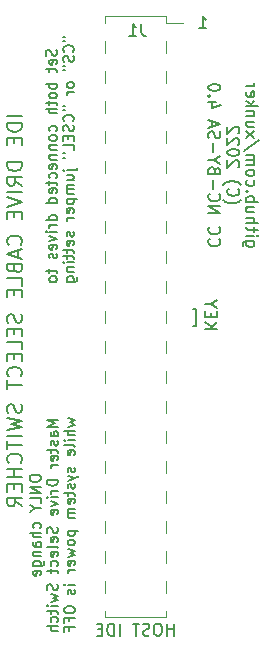
<source format=gbr>
%TF.GenerationSoftware,KiCad,Pcbnew,(6.0.4-0)*%
%TF.CreationDate,2022-06-07T12:02:57-06:00*%
%TF.ProjectId,ide_cable_select_switch,6964655f-6361-4626-9c65-5f73656c6563,rev?*%
%TF.SameCoordinates,Original*%
%TF.FileFunction,Legend,Bot*%
%TF.FilePolarity,Positive*%
%FSLAX46Y46*%
G04 Gerber Fmt 4.6, Leading zero omitted, Abs format (unit mm)*
G04 Created by KiCad (PCBNEW (6.0.4-0)) date 2022-06-07 12:02:57*
%MOMM*%
%LPD*%
G01*
G04 APERTURE LIST*
%ADD10C,0.150000*%
%ADD11C,0.120000*%
%ADD12C,0.900000*%
%ADD13R,3.150000X1.000000*%
G04 APERTURE END LIST*
D10*
X165019285Y-78183571D02*
X164209761Y-78183571D01*
X164114523Y-78231190D01*
X164066904Y-78278809D01*
X164019285Y-78374047D01*
X164019285Y-78516904D01*
X164066904Y-78612142D01*
X164400238Y-78183571D02*
X164352619Y-78278809D01*
X164352619Y-78469285D01*
X164400238Y-78564523D01*
X164447857Y-78612142D01*
X164543095Y-78659761D01*
X164828809Y-78659761D01*
X164924047Y-78612142D01*
X164971666Y-78564523D01*
X165019285Y-78469285D01*
X165019285Y-78278809D01*
X164971666Y-78183571D01*
X164352619Y-77707380D02*
X165019285Y-77707380D01*
X165352619Y-77707380D02*
X165305000Y-77755000D01*
X165257380Y-77707380D01*
X165305000Y-77659761D01*
X165352619Y-77707380D01*
X165257380Y-77707380D01*
X165019285Y-77374047D02*
X165019285Y-76993095D01*
X165352619Y-77231190D02*
X164495476Y-77231190D01*
X164400238Y-77183571D01*
X164352619Y-77088333D01*
X164352619Y-76993095D01*
X164352619Y-76659761D02*
X165352619Y-76659761D01*
X164352619Y-76231190D02*
X164876428Y-76231190D01*
X164971666Y-76278809D01*
X165019285Y-76374047D01*
X165019285Y-76516904D01*
X164971666Y-76612142D01*
X164924047Y-76659761D01*
X165019285Y-75326428D02*
X164352619Y-75326428D01*
X165019285Y-75755000D02*
X164495476Y-75755000D01*
X164400238Y-75707380D01*
X164352619Y-75612142D01*
X164352619Y-75469285D01*
X164400238Y-75374047D01*
X164447857Y-75326428D01*
X164352619Y-74850238D02*
X165352619Y-74850238D01*
X164971666Y-74850238D02*
X165019285Y-74755000D01*
X165019285Y-74564523D01*
X164971666Y-74469285D01*
X164924047Y-74421666D01*
X164828809Y-74374047D01*
X164543095Y-74374047D01*
X164447857Y-74421666D01*
X164400238Y-74469285D01*
X164352619Y-74564523D01*
X164352619Y-74755000D01*
X164400238Y-74850238D01*
X164447857Y-73945476D02*
X164400238Y-73897857D01*
X164352619Y-73945476D01*
X164400238Y-73993095D01*
X164447857Y-73945476D01*
X164352619Y-73945476D01*
X164400238Y-73040714D02*
X164352619Y-73135952D01*
X164352619Y-73326428D01*
X164400238Y-73421666D01*
X164447857Y-73469285D01*
X164543095Y-73516904D01*
X164828809Y-73516904D01*
X164924047Y-73469285D01*
X164971666Y-73421666D01*
X165019285Y-73326428D01*
X165019285Y-73135952D01*
X164971666Y-73040714D01*
X164352619Y-72469285D02*
X164400238Y-72564523D01*
X164447857Y-72612142D01*
X164543095Y-72659761D01*
X164828809Y-72659761D01*
X164924047Y-72612142D01*
X164971666Y-72564523D01*
X165019285Y-72469285D01*
X165019285Y-72326428D01*
X164971666Y-72231190D01*
X164924047Y-72183571D01*
X164828809Y-72135952D01*
X164543095Y-72135952D01*
X164447857Y-72183571D01*
X164400238Y-72231190D01*
X164352619Y-72326428D01*
X164352619Y-72469285D01*
X164352619Y-71707380D02*
X165019285Y-71707380D01*
X164924047Y-71707380D02*
X164971666Y-71659761D01*
X165019285Y-71564523D01*
X165019285Y-71421666D01*
X164971666Y-71326428D01*
X164876428Y-71278809D01*
X164352619Y-71278809D01*
X164876428Y-71278809D02*
X164971666Y-71231190D01*
X165019285Y-71135952D01*
X165019285Y-70993095D01*
X164971666Y-70897857D01*
X164876428Y-70850238D01*
X164352619Y-70850238D01*
X165400238Y-69659761D02*
X164114523Y-70516904D01*
X164352619Y-69421666D02*
X165019285Y-68897857D01*
X165019285Y-69421666D02*
X164352619Y-68897857D01*
X165019285Y-68088333D02*
X164352619Y-68088333D01*
X165019285Y-68516904D02*
X164495476Y-68516904D01*
X164400238Y-68469285D01*
X164352619Y-68374047D01*
X164352619Y-68231190D01*
X164400238Y-68135952D01*
X164447857Y-68088333D01*
X165019285Y-67612142D02*
X164352619Y-67612142D01*
X164924047Y-67612142D02*
X164971666Y-67564523D01*
X165019285Y-67469285D01*
X165019285Y-67326428D01*
X164971666Y-67231190D01*
X164876428Y-67183571D01*
X164352619Y-67183571D01*
X164352619Y-66707380D02*
X165352619Y-66707380D01*
X164733571Y-66612142D02*
X164352619Y-66326428D01*
X165019285Y-66326428D02*
X164638333Y-66707380D01*
X164400238Y-65516904D02*
X164352619Y-65612142D01*
X164352619Y-65802619D01*
X164400238Y-65897857D01*
X164495476Y-65945476D01*
X164876428Y-65945476D01*
X164971666Y-65897857D01*
X165019285Y-65802619D01*
X165019285Y-65612142D01*
X164971666Y-65516904D01*
X164876428Y-65469285D01*
X164781190Y-65469285D01*
X164685952Y-65945476D01*
X164352619Y-65040714D02*
X165019285Y-65040714D01*
X164828809Y-65040714D02*
X164924047Y-64993095D01*
X164971666Y-64945476D01*
X165019285Y-64850238D01*
X165019285Y-64755000D01*
X162361666Y-74683571D02*
X162409285Y-74731190D01*
X162552142Y-74826428D01*
X162647380Y-74874047D01*
X162790238Y-74921666D01*
X163028333Y-74969285D01*
X163218809Y-74969285D01*
X163456904Y-74921666D01*
X163599761Y-74874047D01*
X163695000Y-74826428D01*
X163837857Y-74731190D01*
X163885476Y-74683571D01*
X162837857Y-73731190D02*
X162790238Y-73778809D01*
X162742619Y-73921666D01*
X162742619Y-74016904D01*
X162790238Y-74159761D01*
X162885476Y-74255000D01*
X162980714Y-74302619D01*
X163171190Y-74350238D01*
X163314047Y-74350238D01*
X163504523Y-74302619D01*
X163599761Y-74255000D01*
X163695000Y-74159761D01*
X163742619Y-74016904D01*
X163742619Y-73921666D01*
X163695000Y-73778809D01*
X163647380Y-73731190D01*
X162361666Y-73397857D02*
X162409285Y-73350238D01*
X162552142Y-73255000D01*
X162647380Y-73207380D01*
X162790238Y-73159761D01*
X163028333Y-73112142D01*
X163218809Y-73112142D01*
X163456904Y-73159761D01*
X163599761Y-73207380D01*
X163695000Y-73255000D01*
X163837857Y-73350238D01*
X163885476Y-73397857D01*
X163647380Y-71921666D02*
X163695000Y-71874047D01*
X163742619Y-71778809D01*
X163742619Y-71540714D01*
X163695000Y-71445476D01*
X163647380Y-71397857D01*
X163552142Y-71350238D01*
X163456904Y-71350238D01*
X163314047Y-71397857D01*
X162742619Y-71969285D01*
X162742619Y-71350238D01*
X163742619Y-70731190D02*
X163742619Y-70635952D01*
X163695000Y-70540714D01*
X163647380Y-70493095D01*
X163552142Y-70445476D01*
X163361666Y-70397857D01*
X163123571Y-70397857D01*
X162933095Y-70445476D01*
X162837857Y-70493095D01*
X162790238Y-70540714D01*
X162742619Y-70635952D01*
X162742619Y-70731190D01*
X162790238Y-70826428D01*
X162837857Y-70874047D01*
X162933095Y-70921666D01*
X163123571Y-70969285D01*
X163361666Y-70969285D01*
X163552142Y-70921666D01*
X163647380Y-70874047D01*
X163695000Y-70826428D01*
X163742619Y-70731190D01*
X163647380Y-70016904D02*
X163695000Y-69969285D01*
X163742619Y-69874047D01*
X163742619Y-69635952D01*
X163695000Y-69540714D01*
X163647380Y-69493095D01*
X163552142Y-69445476D01*
X163456904Y-69445476D01*
X163314047Y-69493095D01*
X162742619Y-70064523D01*
X162742619Y-69445476D01*
X163647380Y-69064523D02*
X163695000Y-69016904D01*
X163742619Y-68921666D01*
X163742619Y-68683571D01*
X163695000Y-68588333D01*
X163647380Y-68540714D01*
X163552142Y-68493095D01*
X163456904Y-68493095D01*
X163314047Y-68540714D01*
X162742619Y-69112142D01*
X162742619Y-68493095D01*
X161227857Y-77993095D02*
X161180238Y-78040714D01*
X161132619Y-78183571D01*
X161132619Y-78278809D01*
X161180238Y-78421666D01*
X161275476Y-78516904D01*
X161370714Y-78564523D01*
X161561190Y-78612142D01*
X161704047Y-78612142D01*
X161894523Y-78564523D01*
X161989761Y-78516904D01*
X162085000Y-78421666D01*
X162132619Y-78278809D01*
X162132619Y-78183571D01*
X162085000Y-78040714D01*
X162037380Y-77993095D01*
X161227857Y-76993095D02*
X161180238Y-77040714D01*
X161132619Y-77183571D01*
X161132619Y-77278809D01*
X161180238Y-77421666D01*
X161275476Y-77516904D01*
X161370714Y-77564523D01*
X161561190Y-77612142D01*
X161704047Y-77612142D01*
X161894523Y-77564523D01*
X161989761Y-77516904D01*
X162085000Y-77421666D01*
X162132619Y-77278809D01*
X162132619Y-77183571D01*
X162085000Y-77040714D01*
X162037380Y-76993095D01*
X161132619Y-75802619D02*
X162132619Y-75802619D01*
X161132619Y-75231190D01*
X162132619Y-75231190D01*
X161227857Y-74183571D02*
X161180238Y-74231190D01*
X161132619Y-74374047D01*
X161132619Y-74469285D01*
X161180238Y-74612142D01*
X161275476Y-74707380D01*
X161370714Y-74755000D01*
X161561190Y-74802619D01*
X161704047Y-74802619D01*
X161894523Y-74755000D01*
X161989761Y-74707380D01*
X162085000Y-74612142D01*
X162132619Y-74469285D01*
X162132619Y-74374047D01*
X162085000Y-74231190D01*
X162037380Y-74183571D01*
X161513571Y-73755000D02*
X161513571Y-72993095D01*
X161656428Y-72183571D02*
X161608809Y-72040714D01*
X161561190Y-71993095D01*
X161465952Y-71945476D01*
X161323095Y-71945476D01*
X161227857Y-71993095D01*
X161180238Y-72040714D01*
X161132619Y-72135952D01*
X161132619Y-72516904D01*
X162132619Y-72516904D01*
X162132619Y-72183571D01*
X162085000Y-72088333D01*
X162037380Y-72040714D01*
X161942142Y-71993095D01*
X161846904Y-71993095D01*
X161751666Y-72040714D01*
X161704047Y-72088333D01*
X161656428Y-72183571D01*
X161656428Y-72516904D01*
X161608809Y-71326428D02*
X161132619Y-71326428D01*
X162132619Y-71659761D02*
X161608809Y-71326428D01*
X162132619Y-70993095D01*
X161513571Y-70659761D02*
X161513571Y-69897857D01*
X161180238Y-69469285D02*
X161132619Y-69326428D01*
X161132619Y-69088333D01*
X161180238Y-68993095D01*
X161227857Y-68945476D01*
X161323095Y-68897857D01*
X161418333Y-68897857D01*
X161513571Y-68945476D01*
X161561190Y-68993095D01*
X161608809Y-69088333D01*
X161656428Y-69278809D01*
X161704047Y-69374047D01*
X161751666Y-69421666D01*
X161846904Y-69469285D01*
X161942142Y-69469285D01*
X162037380Y-69421666D01*
X162085000Y-69374047D01*
X162132619Y-69278809D01*
X162132619Y-69040714D01*
X162085000Y-68897857D01*
X161418333Y-68516904D02*
X161418333Y-68040714D01*
X161132619Y-68612142D02*
X162132619Y-68278809D01*
X161132619Y-67945476D01*
X161799285Y-66421666D02*
X161132619Y-66421666D01*
X162180238Y-66659761D02*
X161465952Y-66897857D01*
X161465952Y-66278809D01*
X161227857Y-65897857D02*
X161180238Y-65850238D01*
X161132619Y-65897857D01*
X161180238Y-65945476D01*
X161227857Y-65897857D01*
X161132619Y-65897857D01*
X162132619Y-65231190D02*
X162132619Y-65135952D01*
X162085000Y-65040714D01*
X162037380Y-64993095D01*
X161942142Y-64945476D01*
X161751666Y-64897857D01*
X161513571Y-64897857D01*
X161323095Y-64945476D01*
X161227857Y-64993095D01*
X161180238Y-65040714D01*
X161132619Y-65135952D01*
X161132619Y-65231190D01*
X161180238Y-65326428D01*
X161227857Y-65374047D01*
X161323095Y-65421666D01*
X161513571Y-65469285D01*
X161751666Y-65469285D01*
X161942142Y-65421666D01*
X162037380Y-65374047D01*
X162085000Y-65326428D01*
X162132619Y-65231190D01*
X146013142Y-98185000D02*
X146013142Y-98356428D01*
X146056000Y-98442142D01*
X146141714Y-98527857D01*
X146313142Y-98570714D01*
X146613142Y-98570714D01*
X146784571Y-98527857D01*
X146870285Y-98442142D01*
X146913142Y-98356428D01*
X146913142Y-98185000D01*
X146870285Y-98099285D01*
X146784571Y-98013571D01*
X146613142Y-97970714D01*
X146313142Y-97970714D01*
X146141714Y-98013571D01*
X146056000Y-98099285D01*
X146013142Y-98185000D01*
X146913142Y-98956428D02*
X146013142Y-98956428D01*
X146913142Y-99470714D01*
X146013142Y-99470714D01*
X146913142Y-100327857D02*
X146913142Y-99899285D01*
X146013142Y-99899285D01*
X146484571Y-100799285D02*
X146913142Y-100799285D01*
X146013142Y-100499285D02*
X146484571Y-100799285D01*
X146013142Y-101099285D01*
X146870285Y-102470714D02*
X146913142Y-102385000D01*
X146913142Y-102213571D01*
X146870285Y-102127857D01*
X146827428Y-102085000D01*
X146741714Y-102042142D01*
X146484571Y-102042142D01*
X146398857Y-102085000D01*
X146356000Y-102127857D01*
X146313142Y-102213571D01*
X146313142Y-102385000D01*
X146356000Y-102470714D01*
X146913142Y-102856428D02*
X146013142Y-102856428D01*
X146913142Y-103242142D02*
X146441714Y-103242142D01*
X146356000Y-103199285D01*
X146313142Y-103113571D01*
X146313142Y-102985000D01*
X146356000Y-102899285D01*
X146398857Y-102856428D01*
X146913142Y-104056428D02*
X146441714Y-104056428D01*
X146356000Y-104013571D01*
X146313142Y-103927857D01*
X146313142Y-103756428D01*
X146356000Y-103670714D01*
X146870285Y-104056428D02*
X146913142Y-103970714D01*
X146913142Y-103756428D01*
X146870285Y-103670714D01*
X146784571Y-103627857D01*
X146698857Y-103627857D01*
X146613142Y-103670714D01*
X146570285Y-103756428D01*
X146570285Y-103970714D01*
X146527428Y-104056428D01*
X146313142Y-104485000D02*
X146913142Y-104485000D01*
X146398857Y-104485000D02*
X146356000Y-104527857D01*
X146313142Y-104613571D01*
X146313142Y-104742142D01*
X146356000Y-104827857D01*
X146441714Y-104870714D01*
X146913142Y-104870714D01*
X146313142Y-105685000D02*
X147041714Y-105685000D01*
X147127428Y-105642142D01*
X147170285Y-105599285D01*
X147213142Y-105513571D01*
X147213142Y-105385000D01*
X147170285Y-105299285D01*
X146870285Y-105685000D02*
X146913142Y-105599285D01*
X146913142Y-105427857D01*
X146870285Y-105342142D01*
X146827428Y-105299285D01*
X146741714Y-105256428D01*
X146484571Y-105256428D01*
X146398857Y-105299285D01*
X146356000Y-105342142D01*
X146313142Y-105427857D01*
X146313142Y-105599285D01*
X146356000Y-105685000D01*
X146870285Y-106456428D02*
X146913142Y-106370714D01*
X146913142Y-106199285D01*
X146870285Y-106113571D01*
X146784571Y-106070714D01*
X146441714Y-106070714D01*
X146356000Y-106113571D01*
X146313142Y-106199285D01*
X146313142Y-106370714D01*
X146356000Y-106456428D01*
X146441714Y-106499285D01*
X146527428Y-106499285D01*
X146613142Y-106070714D01*
X148362142Y-93299285D02*
X147462142Y-93299285D01*
X148105000Y-93599285D01*
X147462142Y-93899285D01*
X148362142Y-93899285D01*
X148362142Y-94713571D02*
X147890714Y-94713571D01*
X147805000Y-94670714D01*
X147762142Y-94585000D01*
X147762142Y-94413571D01*
X147805000Y-94327857D01*
X148319285Y-94713571D02*
X148362142Y-94627857D01*
X148362142Y-94413571D01*
X148319285Y-94327857D01*
X148233571Y-94285000D01*
X148147857Y-94285000D01*
X148062142Y-94327857D01*
X148019285Y-94413571D01*
X148019285Y-94627857D01*
X147976428Y-94713571D01*
X148319285Y-95099285D02*
X148362142Y-95185000D01*
X148362142Y-95356428D01*
X148319285Y-95442142D01*
X148233571Y-95485000D01*
X148190714Y-95485000D01*
X148105000Y-95442142D01*
X148062142Y-95356428D01*
X148062142Y-95227857D01*
X148019285Y-95142142D01*
X147933571Y-95099285D01*
X147890714Y-95099285D01*
X147805000Y-95142142D01*
X147762142Y-95227857D01*
X147762142Y-95356428D01*
X147805000Y-95442142D01*
X147762142Y-95742142D02*
X147762142Y-96085000D01*
X147462142Y-95870714D02*
X148233571Y-95870714D01*
X148319285Y-95913571D01*
X148362142Y-95999285D01*
X148362142Y-96085000D01*
X148319285Y-96727857D02*
X148362142Y-96642142D01*
X148362142Y-96470714D01*
X148319285Y-96385000D01*
X148233571Y-96342142D01*
X147890714Y-96342142D01*
X147805000Y-96385000D01*
X147762142Y-96470714D01*
X147762142Y-96642142D01*
X147805000Y-96727857D01*
X147890714Y-96770714D01*
X147976428Y-96770714D01*
X148062142Y-96342142D01*
X148362142Y-97156428D02*
X147762142Y-97156428D01*
X147933571Y-97156428D02*
X147847857Y-97199285D01*
X147805000Y-97242142D01*
X147762142Y-97327857D01*
X147762142Y-97413571D01*
X148362142Y-98399285D02*
X147462142Y-98399285D01*
X147462142Y-98613571D01*
X147505000Y-98742142D01*
X147590714Y-98827857D01*
X147676428Y-98870714D01*
X147847857Y-98913571D01*
X147976428Y-98913571D01*
X148147857Y-98870714D01*
X148233571Y-98827857D01*
X148319285Y-98742142D01*
X148362142Y-98613571D01*
X148362142Y-98399285D01*
X148362142Y-99299285D02*
X147762142Y-99299285D01*
X147933571Y-99299285D02*
X147847857Y-99342142D01*
X147805000Y-99385000D01*
X147762142Y-99470714D01*
X147762142Y-99556428D01*
X148362142Y-99856428D02*
X147762142Y-99856428D01*
X147462142Y-99856428D02*
X147505000Y-99813571D01*
X147547857Y-99856428D01*
X147505000Y-99899285D01*
X147462142Y-99856428D01*
X147547857Y-99856428D01*
X147762142Y-100199285D02*
X148362142Y-100413571D01*
X147762142Y-100627857D01*
X148319285Y-101313571D02*
X148362142Y-101227857D01*
X148362142Y-101056428D01*
X148319285Y-100970714D01*
X148233571Y-100927857D01*
X147890714Y-100927857D01*
X147805000Y-100970714D01*
X147762142Y-101056428D01*
X147762142Y-101227857D01*
X147805000Y-101313571D01*
X147890714Y-101356428D01*
X147976428Y-101356428D01*
X148062142Y-100927857D01*
X148319285Y-102385000D02*
X148362142Y-102513571D01*
X148362142Y-102727857D01*
X148319285Y-102813571D01*
X148276428Y-102856428D01*
X148190714Y-102899285D01*
X148105000Y-102899285D01*
X148019285Y-102856428D01*
X147976428Y-102813571D01*
X147933571Y-102727857D01*
X147890714Y-102556428D01*
X147847857Y-102470714D01*
X147805000Y-102427857D01*
X147719285Y-102385000D01*
X147633571Y-102385000D01*
X147547857Y-102427857D01*
X147505000Y-102470714D01*
X147462142Y-102556428D01*
X147462142Y-102770714D01*
X147505000Y-102899285D01*
X148319285Y-103627857D02*
X148362142Y-103542142D01*
X148362142Y-103370714D01*
X148319285Y-103285000D01*
X148233571Y-103242142D01*
X147890714Y-103242142D01*
X147805000Y-103285000D01*
X147762142Y-103370714D01*
X147762142Y-103542142D01*
X147805000Y-103627857D01*
X147890714Y-103670714D01*
X147976428Y-103670714D01*
X148062142Y-103242142D01*
X148362142Y-104185000D02*
X148319285Y-104099285D01*
X148233571Y-104056428D01*
X147462142Y-104056428D01*
X148319285Y-104870714D02*
X148362142Y-104785000D01*
X148362142Y-104613571D01*
X148319285Y-104527857D01*
X148233571Y-104485000D01*
X147890714Y-104485000D01*
X147805000Y-104527857D01*
X147762142Y-104613571D01*
X147762142Y-104785000D01*
X147805000Y-104870714D01*
X147890714Y-104913571D01*
X147976428Y-104913571D01*
X148062142Y-104485000D01*
X148319285Y-105685000D02*
X148362142Y-105599285D01*
X148362142Y-105427857D01*
X148319285Y-105342142D01*
X148276428Y-105299285D01*
X148190714Y-105256428D01*
X147933571Y-105256428D01*
X147847857Y-105299285D01*
X147805000Y-105342142D01*
X147762142Y-105427857D01*
X147762142Y-105599285D01*
X147805000Y-105685000D01*
X147762142Y-105942142D02*
X147762142Y-106285000D01*
X147462142Y-106070714D02*
X148233571Y-106070714D01*
X148319285Y-106113571D01*
X148362142Y-106199285D01*
X148362142Y-106285000D01*
X148319285Y-107227857D02*
X148362142Y-107356428D01*
X148362142Y-107570714D01*
X148319285Y-107656428D01*
X148276428Y-107699285D01*
X148190714Y-107742142D01*
X148105000Y-107742142D01*
X148019285Y-107699285D01*
X147976428Y-107656428D01*
X147933571Y-107570714D01*
X147890714Y-107399285D01*
X147847857Y-107313571D01*
X147805000Y-107270714D01*
X147719285Y-107227857D01*
X147633571Y-107227857D01*
X147547857Y-107270714D01*
X147505000Y-107313571D01*
X147462142Y-107399285D01*
X147462142Y-107613571D01*
X147505000Y-107742142D01*
X147762142Y-108042142D02*
X148362142Y-108213571D01*
X147933571Y-108385000D01*
X148362142Y-108556428D01*
X147762142Y-108727857D01*
X148362142Y-109070714D02*
X147762142Y-109070714D01*
X147462142Y-109070714D02*
X147505000Y-109027857D01*
X147547857Y-109070714D01*
X147505000Y-109113571D01*
X147462142Y-109070714D01*
X147547857Y-109070714D01*
X147762142Y-109370714D02*
X147762142Y-109713571D01*
X147462142Y-109499285D02*
X148233571Y-109499285D01*
X148319285Y-109542142D01*
X148362142Y-109627857D01*
X148362142Y-109713571D01*
X148319285Y-110399285D02*
X148362142Y-110313571D01*
X148362142Y-110142142D01*
X148319285Y-110056428D01*
X148276428Y-110013571D01*
X148190714Y-109970714D01*
X147933571Y-109970714D01*
X147847857Y-110013571D01*
X147805000Y-110056428D01*
X147762142Y-110142142D01*
X147762142Y-110313571D01*
X147805000Y-110399285D01*
X148362142Y-110785000D02*
X147462142Y-110785000D01*
X148362142Y-111170714D02*
X147890714Y-111170714D01*
X147805000Y-111127857D01*
X147762142Y-111042142D01*
X147762142Y-110913571D01*
X147805000Y-110827857D01*
X147847857Y-110785000D01*
X149211142Y-93192142D02*
X149811142Y-93363571D01*
X149382571Y-93535000D01*
X149811142Y-93706428D01*
X149211142Y-93877857D01*
X149811142Y-94220714D02*
X148911142Y-94220714D01*
X149811142Y-94606428D02*
X149339714Y-94606428D01*
X149254000Y-94563571D01*
X149211142Y-94477857D01*
X149211142Y-94349285D01*
X149254000Y-94263571D01*
X149296857Y-94220714D01*
X149811142Y-95035000D02*
X149211142Y-95035000D01*
X148911142Y-95035000D02*
X148954000Y-94992142D01*
X148996857Y-95035000D01*
X148954000Y-95077857D01*
X148911142Y-95035000D01*
X148996857Y-95035000D01*
X149811142Y-95592142D02*
X149768285Y-95506428D01*
X149682571Y-95463571D01*
X148911142Y-95463571D01*
X149768285Y-96277857D02*
X149811142Y-96192142D01*
X149811142Y-96020714D01*
X149768285Y-95935000D01*
X149682571Y-95892142D01*
X149339714Y-95892142D01*
X149254000Y-95935000D01*
X149211142Y-96020714D01*
X149211142Y-96192142D01*
X149254000Y-96277857D01*
X149339714Y-96320714D01*
X149425428Y-96320714D01*
X149511142Y-95892142D01*
X149768285Y-97349285D02*
X149811142Y-97435000D01*
X149811142Y-97606428D01*
X149768285Y-97692142D01*
X149682571Y-97735000D01*
X149639714Y-97735000D01*
X149554000Y-97692142D01*
X149511142Y-97606428D01*
X149511142Y-97477857D01*
X149468285Y-97392142D01*
X149382571Y-97349285D01*
X149339714Y-97349285D01*
X149254000Y-97392142D01*
X149211142Y-97477857D01*
X149211142Y-97606428D01*
X149254000Y-97692142D01*
X149211142Y-98035000D02*
X149811142Y-98249285D01*
X149211142Y-98463571D02*
X149811142Y-98249285D01*
X150025428Y-98163571D01*
X150068285Y-98120714D01*
X150111142Y-98035000D01*
X149768285Y-98763571D02*
X149811142Y-98849285D01*
X149811142Y-99020714D01*
X149768285Y-99106428D01*
X149682571Y-99149285D01*
X149639714Y-99149285D01*
X149554000Y-99106428D01*
X149511142Y-99020714D01*
X149511142Y-98892142D01*
X149468285Y-98806428D01*
X149382571Y-98763571D01*
X149339714Y-98763571D01*
X149254000Y-98806428D01*
X149211142Y-98892142D01*
X149211142Y-99020714D01*
X149254000Y-99106428D01*
X149211142Y-99406428D02*
X149211142Y-99749285D01*
X148911142Y-99535000D02*
X149682571Y-99535000D01*
X149768285Y-99577857D01*
X149811142Y-99663571D01*
X149811142Y-99749285D01*
X149768285Y-100392142D02*
X149811142Y-100306428D01*
X149811142Y-100135000D01*
X149768285Y-100049285D01*
X149682571Y-100006428D01*
X149339714Y-100006428D01*
X149254000Y-100049285D01*
X149211142Y-100135000D01*
X149211142Y-100306428D01*
X149254000Y-100392142D01*
X149339714Y-100435000D01*
X149425428Y-100435000D01*
X149511142Y-100006428D01*
X149811142Y-100820714D02*
X149211142Y-100820714D01*
X149296857Y-100820714D02*
X149254000Y-100863571D01*
X149211142Y-100949285D01*
X149211142Y-101077857D01*
X149254000Y-101163571D01*
X149339714Y-101206428D01*
X149811142Y-101206428D01*
X149339714Y-101206428D02*
X149254000Y-101249285D01*
X149211142Y-101335000D01*
X149211142Y-101463571D01*
X149254000Y-101549285D01*
X149339714Y-101592142D01*
X149811142Y-101592142D01*
X149211142Y-102706428D02*
X150111142Y-102706428D01*
X149254000Y-102706428D02*
X149211142Y-102792142D01*
X149211142Y-102963571D01*
X149254000Y-103049285D01*
X149296857Y-103092142D01*
X149382571Y-103135000D01*
X149639714Y-103135000D01*
X149725428Y-103092142D01*
X149768285Y-103049285D01*
X149811142Y-102963571D01*
X149811142Y-102792142D01*
X149768285Y-102706428D01*
X149811142Y-103649285D02*
X149768285Y-103563571D01*
X149725428Y-103520714D01*
X149639714Y-103477857D01*
X149382571Y-103477857D01*
X149296857Y-103520714D01*
X149254000Y-103563571D01*
X149211142Y-103649285D01*
X149211142Y-103777857D01*
X149254000Y-103863571D01*
X149296857Y-103906428D01*
X149382571Y-103949285D01*
X149639714Y-103949285D01*
X149725428Y-103906428D01*
X149768285Y-103863571D01*
X149811142Y-103777857D01*
X149811142Y-103649285D01*
X149211142Y-104249285D02*
X149811142Y-104420714D01*
X149382571Y-104592142D01*
X149811142Y-104763571D01*
X149211142Y-104935000D01*
X149768285Y-105620714D02*
X149811142Y-105535000D01*
X149811142Y-105363571D01*
X149768285Y-105277857D01*
X149682571Y-105235000D01*
X149339714Y-105235000D01*
X149254000Y-105277857D01*
X149211142Y-105363571D01*
X149211142Y-105535000D01*
X149254000Y-105620714D01*
X149339714Y-105663571D01*
X149425428Y-105663571D01*
X149511142Y-105235000D01*
X149811142Y-106049285D02*
X149211142Y-106049285D01*
X149382571Y-106049285D02*
X149296857Y-106092142D01*
X149254000Y-106135000D01*
X149211142Y-106220714D01*
X149211142Y-106306428D01*
X149811142Y-107292142D02*
X149211142Y-107292142D01*
X148911142Y-107292142D02*
X148954000Y-107249285D01*
X148996857Y-107292142D01*
X148954000Y-107335000D01*
X148911142Y-107292142D01*
X148996857Y-107292142D01*
X149768285Y-107677857D02*
X149811142Y-107763571D01*
X149811142Y-107935000D01*
X149768285Y-108020714D01*
X149682571Y-108063571D01*
X149639714Y-108063571D01*
X149554000Y-108020714D01*
X149511142Y-107935000D01*
X149511142Y-107806428D01*
X149468285Y-107720714D01*
X149382571Y-107677857D01*
X149339714Y-107677857D01*
X149254000Y-107720714D01*
X149211142Y-107806428D01*
X149211142Y-107935000D01*
X149254000Y-108020714D01*
X148911142Y-109306428D02*
X148911142Y-109477857D01*
X148954000Y-109563571D01*
X149039714Y-109649285D01*
X149211142Y-109692142D01*
X149511142Y-109692142D01*
X149682571Y-109649285D01*
X149768285Y-109563571D01*
X149811142Y-109477857D01*
X149811142Y-109306428D01*
X149768285Y-109220714D01*
X149682571Y-109135000D01*
X149511142Y-109092142D01*
X149211142Y-109092142D01*
X149039714Y-109135000D01*
X148954000Y-109220714D01*
X148911142Y-109306428D01*
X149339714Y-110377857D02*
X149339714Y-110077857D01*
X149811142Y-110077857D02*
X148911142Y-110077857D01*
X148911142Y-110506428D01*
X149339714Y-111149285D02*
X149339714Y-110849285D01*
X149811142Y-110849285D02*
X148911142Y-110849285D01*
X148911142Y-111277857D01*
X148229785Y-61974642D02*
X148272642Y-62103214D01*
X148272642Y-62317500D01*
X148229785Y-62403214D01*
X148186928Y-62446071D01*
X148101214Y-62488928D01*
X148015500Y-62488928D01*
X147929785Y-62446071D01*
X147886928Y-62403214D01*
X147844071Y-62317500D01*
X147801214Y-62146071D01*
X147758357Y-62060357D01*
X147715500Y-62017500D01*
X147629785Y-61974642D01*
X147544071Y-61974642D01*
X147458357Y-62017500D01*
X147415500Y-62060357D01*
X147372642Y-62146071D01*
X147372642Y-62360357D01*
X147415500Y-62488928D01*
X148229785Y-63217500D02*
X148272642Y-63131785D01*
X148272642Y-62960357D01*
X148229785Y-62874642D01*
X148144071Y-62831785D01*
X147801214Y-62831785D01*
X147715500Y-62874642D01*
X147672642Y-62960357D01*
X147672642Y-63131785D01*
X147715500Y-63217500D01*
X147801214Y-63260357D01*
X147886928Y-63260357D01*
X147972642Y-62831785D01*
X147672642Y-63517500D02*
X147672642Y-63860357D01*
X147372642Y-63646071D02*
X148144071Y-63646071D01*
X148229785Y-63688928D01*
X148272642Y-63774642D01*
X148272642Y-63860357D01*
X148272642Y-64846071D02*
X147372642Y-64846071D01*
X147715500Y-64846071D02*
X147672642Y-64931785D01*
X147672642Y-65103214D01*
X147715500Y-65188928D01*
X147758357Y-65231785D01*
X147844071Y-65274642D01*
X148101214Y-65274642D01*
X148186928Y-65231785D01*
X148229785Y-65188928D01*
X148272642Y-65103214D01*
X148272642Y-64931785D01*
X148229785Y-64846071D01*
X148272642Y-65788928D02*
X148229785Y-65703214D01*
X148186928Y-65660357D01*
X148101214Y-65617500D01*
X147844071Y-65617500D01*
X147758357Y-65660357D01*
X147715500Y-65703214D01*
X147672642Y-65788928D01*
X147672642Y-65917500D01*
X147715500Y-66003214D01*
X147758357Y-66046071D01*
X147844071Y-66088928D01*
X148101214Y-66088928D01*
X148186928Y-66046071D01*
X148229785Y-66003214D01*
X148272642Y-65917500D01*
X148272642Y-65788928D01*
X147672642Y-66346071D02*
X147672642Y-66688928D01*
X147372642Y-66474642D02*
X148144071Y-66474642D01*
X148229785Y-66517500D01*
X148272642Y-66603214D01*
X148272642Y-66688928D01*
X148272642Y-66988928D02*
X147372642Y-66988928D01*
X148272642Y-67374642D02*
X147801214Y-67374642D01*
X147715500Y-67331785D01*
X147672642Y-67246071D01*
X147672642Y-67117500D01*
X147715500Y-67031785D01*
X147758357Y-66988928D01*
X148229785Y-68874642D02*
X148272642Y-68788928D01*
X148272642Y-68617500D01*
X148229785Y-68531785D01*
X148186928Y-68488928D01*
X148101214Y-68446071D01*
X147844071Y-68446071D01*
X147758357Y-68488928D01*
X147715500Y-68531785D01*
X147672642Y-68617500D01*
X147672642Y-68788928D01*
X147715500Y-68874642D01*
X148272642Y-69388928D02*
X148229785Y-69303214D01*
X148186928Y-69260357D01*
X148101214Y-69217500D01*
X147844071Y-69217500D01*
X147758357Y-69260357D01*
X147715500Y-69303214D01*
X147672642Y-69388928D01*
X147672642Y-69517500D01*
X147715500Y-69603214D01*
X147758357Y-69646071D01*
X147844071Y-69688928D01*
X148101214Y-69688928D01*
X148186928Y-69646071D01*
X148229785Y-69603214D01*
X148272642Y-69517500D01*
X148272642Y-69388928D01*
X147672642Y-70074642D02*
X148272642Y-70074642D01*
X147758357Y-70074642D02*
X147715500Y-70117500D01*
X147672642Y-70203214D01*
X147672642Y-70331785D01*
X147715500Y-70417500D01*
X147801214Y-70460357D01*
X148272642Y-70460357D01*
X147672642Y-70888928D02*
X148272642Y-70888928D01*
X147758357Y-70888928D02*
X147715500Y-70931785D01*
X147672642Y-71017500D01*
X147672642Y-71146071D01*
X147715500Y-71231785D01*
X147801214Y-71274642D01*
X148272642Y-71274642D01*
X148229785Y-72046071D02*
X148272642Y-71960357D01*
X148272642Y-71788928D01*
X148229785Y-71703214D01*
X148144071Y-71660357D01*
X147801214Y-71660357D01*
X147715500Y-71703214D01*
X147672642Y-71788928D01*
X147672642Y-71960357D01*
X147715500Y-72046071D01*
X147801214Y-72088928D01*
X147886928Y-72088928D01*
X147972642Y-71660357D01*
X148229785Y-72860357D02*
X148272642Y-72774642D01*
X148272642Y-72603214D01*
X148229785Y-72517500D01*
X148186928Y-72474642D01*
X148101214Y-72431785D01*
X147844071Y-72431785D01*
X147758357Y-72474642D01*
X147715500Y-72517500D01*
X147672642Y-72603214D01*
X147672642Y-72774642D01*
X147715500Y-72860357D01*
X147672642Y-73117500D02*
X147672642Y-73460357D01*
X147372642Y-73246071D02*
X148144071Y-73246071D01*
X148229785Y-73288928D01*
X148272642Y-73374642D01*
X148272642Y-73460357D01*
X148229785Y-74103214D02*
X148272642Y-74017500D01*
X148272642Y-73846071D01*
X148229785Y-73760357D01*
X148144071Y-73717500D01*
X147801214Y-73717500D01*
X147715500Y-73760357D01*
X147672642Y-73846071D01*
X147672642Y-74017500D01*
X147715500Y-74103214D01*
X147801214Y-74146071D01*
X147886928Y-74146071D01*
X147972642Y-73717500D01*
X148272642Y-74917500D02*
X147372642Y-74917500D01*
X148229785Y-74917500D02*
X148272642Y-74831785D01*
X148272642Y-74660357D01*
X148229785Y-74574642D01*
X148186928Y-74531785D01*
X148101214Y-74488928D01*
X147844071Y-74488928D01*
X147758357Y-74531785D01*
X147715500Y-74574642D01*
X147672642Y-74660357D01*
X147672642Y-74831785D01*
X147715500Y-74917500D01*
X148272642Y-76417500D02*
X147372642Y-76417500D01*
X148229785Y-76417500D02*
X148272642Y-76331785D01*
X148272642Y-76160357D01*
X148229785Y-76074642D01*
X148186928Y-76031785D01*
X148101214Y-75988928D01*
X147844071Y-75988928D01*
X147758357Y-76031785D01*
X147715500Y-76074642D01*
X147672642Y-76160357D01*
X147672642Y-76331785D01*
X147715500Y-76417500D01*
X148272642Y-76846071D02*
X147672642Y-76846071D01*
X147844071Y-76846071D02*
X147758357Y-76888928D01*
X147715500Y-76931785D01*
X147672642Y-77017500D01*
X147672642Y-77103214D01*
X148272642Y-77403214D02*
X147672642Y-77403214D01*
X147372642Y-77403214D02*
X147415500Y-77360357D01*
X147458357Y-77403214D01*
X147415500Y-77446071D01*
X147372642Y-77403214D01*
X147458357Y-77403214D01*
X147672642Y-77746071D02*
X148272642Y-77960357D01*
X147672642Y-78174642D01*
X148229785Y-78860357D02*
X148272642Y-78774642D01*
X148272642Y-78603214D01*
X148229785Y-78517500D01*
X148144071Y-78474642D01*
X147801214Y-78474642D01*
X147715500Y-78517500D01*
X147672642Y-78603214D01*
X147672642Y-78774642D01*
X147715500Y-78860357D01*
X147801214Y-78903214D01*
X147886928Y-78903214D01*
X147972642Y-78474642D01*
X148229785Y-79246071D02*
X148272642Y-79331785D01*
X148272642Y-79503214D01*
X148229785Y-79588928D01*
X148144071Y-79631785D01*
X148101214Y-79631785D01*
X148015500Y-79588928D01*
X147972642Y-79503214D01*
X147972642Y-79374642D01*
X147929785Y-79288928D01*
X147844071Y-79246071D01*
X147801214Y-79246071D01*
X147715500Y-79288928D01*
X147672642Y-79374642D01*
X147672642Y-79503214D01*
X147715500Y-79588928D01*
X147672642Y-80574642D02*
X147672642Y-80917500D01*
X147372642Y-80703214D02*
X148144071Y-80703214D01*
X148229785Y-80746071D01*
X148272642Y-80831785D01*
X148272642Y-80917500D01*
X148272642Y-81346071D02*
X148229785Y-81260357D01*
X148186928Y-81217500D01*
X148101214Y-81174642D01*
X147844071Y-81174642D01*
X147758357Y-81217500D01*
X147715500Y-81260357D01*
X147672642Y-81346071D01*
X147672642Y-81474642D01*
X147715500Y-81560357D01*
X147758357Y-81603214D01*
X147844071Y-81646071D01*
X148101214Y-81646071D01*
X148186928Y-81603214D01*
X148229785Y-81560357D01*
X148272642Y-81474642D01*
X148272642Y-81346071D01*
X148821642Y-60903214D02*
X148993071Y-60903214D01*
X148821642Y-61246071D02*
X148993071Y-61246071D01*
X149635928Y-62146071D02*
X149678785Y-62103214D01*
X149721642Y-61974642D01*
X149721642Y-61888928D01*
X149678785Y-61760357D01*
X149593071Y-61674642D01*
X149507357Y-61631785D01*
X149335928Y-61588928D01*
X149207357Y-61588928D01*
X149035928Y-61631785D01*
X148950214Y-61674642D01*
X148864500Y-61760357D01*
X148821642Y-61888928D01*
X148821642Y-61974642D01*
X148864500Y-62103214D01*
X148907357Y-62146071D01*
X149678785Y-62488928D02*
X149721642Y-62617500D01*
X149721642Y-62831785D01*
X149678785Y-62917500D01*
X149635928Y-62960357D01*
X149550214Y-63003214D01*
X149464500Y-63003214D01*
X149378785Y-62960357D01*
X149335928Y-62917500D01*
X149293071Y-62831785D01*
X149250214Y-62660357D01*
X149207357Y-62574642D01*
X149164500Y-62531785D01*
X149078785Y-62488928D01*
X148993071Y-62488928D01*
X148907357Y-62531785D01*
X148864500Y-62574642D01*
X148821642Y-62660357D01*
X148821642Y-62874642D01*
X148864500Y-63003214D01*
X148821642Y-63346071D02*
X148993071Y-63346071D01*
X148821642Y-63688928D02*
X148993071Y-63688928D01*
X149721642Y-64888928D02*
X149678785Y-64803214D01*
X149635928Y-64760357D01*
X149550214Y-64717500D01*
X149293071Y-64717500D01*
X149207357Y-64760357D01*
X149164500Y-64803214D01*
X149121642Y-64888928D01*
X149121642Y-65017500D01*
X149164500Y-65103214D01*
X149207357Y-65146071D01*
X149293071Y-65188928D01*
X149550214Y-65188928D01*
X149635928Y-65146071D01*
X149678785Y-65103214D01*
X149721642Y-65017500D01*
X149721642Y-64888928D01*
X149721642Y-65574642D02*
X149121642Y-65574642D01*
X149293071Y-65574642D02*
X149207357Y-65617500D01*
X149164500Y-65660357D01*
X149121642Y-65746071D01*
X149121642Y-65831785D01*
X148821642Y-66774642D02*
X148993071Y-66774642D01*
X148821642Y-67117500D02*
X148993071Y-67117500D01*
X149635928Y-68017500D02*
X149678785Y-67974642D01*
X149721642Y-67846071D01*
X149721642Y-67760357D01*
X149678785Y-67631785D01*
X149593071Y-67546071D01*
X149507357Y-67503214D01*
X149335928Y-67460357D01*
X149207357Y-67460357D01*
X149035928Y-67503214D01*
X148950214Y-67546071D01*
X148864500Y-67631785D01*
X148821642Y-67760357D01*
X148821642Y-67846071D01*
X148864500Y-67974642D01*
X148907357Y-68017500D01*
X149678785Y-68360357D02*
X149721642Y-68488928D01*
X149721642Y-68703214D01*
X149678785Y-68788928D01*
X149635928Y-68831785D01*
X149550214Y-68874642D01*
X149464500Y-68874642D01*
X149378785Y-68831785D01*
X149335928Y-68788928D01*
X149293071Y-68703214D01*
X149250214Y-68531785D01*
X149207357Y-68446071D01*
X149164500Y-68403214D01*
X149078785Y-68360357D01*
X148993071Y-68360357D01*
X148907357Y-68403214D01*
X148864500Y-68446071D01*
X148821642Y-68531785D01*
X148821642Y-68746071D01*
X148864500Y-68874642D01*
X149250214Y-69260357D02*
X149250214Y-69560357D01*
X149721642Y-69688928D02*
X149721642Y-69260357D01*
X148821642Y-69260357D01*
X148821642Y-69688928D01*
X149721642Y-70503214D02*
X149721642Y-70074642D01*
X148821642Y-70074642D01*
X148821642Y-70760357D02*
X148993071Y-70760357D01*
X148821642Y-71103214D02*
X148993071Y-71103214D01*
X149121642Y-72174642D02*
X149893071Y-72174642D01*
X149978785Y-72131785D01*
X150021642Y-72046071D01*
X150021642Y-72003214D01*
X148821642Y-72174642D02*
X148864500Y-72131785D01*
X148907357Y-72174642D01*
X148864500Y-72217500D01*
X148821642Y-72174642D01*
X148907357Y-72174642D01*
X149121642Y-72988928D02*
X149721642Y-72988928D01*
X149121642Y-72603214D02*
X149593071Y-72603214D01*
X149678785Y-72646071D01*
X149721642Y-72731785D01*
X149721642Y-72860357D01*
X149678785Y-72946071D01*
X149635928Y-72988928D01*
X149721642Y-73417500D02*
X149121642Y-73417500D01*
X149207357Y-73417500D02*
X149164500Y-73460357D01*
X149121642Y-73546071D01*
X149121642Y-73674642D01*
X149164500Y-73760357D01*
X149250214Y-73803214D01*
X149721642Y-73803214D01*
X149250214Y-73803214D02*
X149164500Y-73846071D01*
X149121642Y-73931785D01*
X149121642Y-74060357D01*
X149164500Y-74146071D01*
X149250214Y-74188928D01*
X149721642Y-74188928D01*
X149121642Y-74617500D02*
X150021642Y-74617500D01*
X149164500Y-74617500D02*
X149121642Y-74703214D01*
X149121642Y-74874642D01*
X149164500Y-74960357D01*
X149207357Y-75003214D01*
X149293071Y-75046071D01*
X149550214Y-75046071D01*
X149635928Y-75003214D01*
X149678785Y-74960357D01*
X149721642Y-74874642D01*
X149721642Y-74703214D01*
X149678785Y-74617500D01*
X149678785Y-75774642D02*
X149721642Y-75688928D01*
X149721642Y-75517500D01*
X149678785Y-75431785D01*
X149593071Y-75388928D01*
X149250214Y-75388928D01*
X149164500Y-75431785D01*
X149121642Y-75517500D01*
X149121642Y-75688928D01*
X149164500Y-75774642D01*
X149250214Y-75817500D01*
X149335928Y-75817500D01*
X149421642Y-75388928D01*
X149721642Y-76203214D02*
X149121642Y-76203214D01*
X149293071Y-76203214D02*
X149207357Y-76246071D01*
X149164500Y-76288928D01*
X149121642Y-76374642D01*
X149121642Y-76460357D01*
X149678785Y-77403214D02*
X149721642Y-77488928D01*
X149721642Y-77660357D01*
X149678785Y-77746071D01*
X149593071Y-77788928D01*
X149550214Y-77788928D01*
X149464500Y-77746071D01*
X149421642Y-77660357D01*
X149421642Y-77531785D01*
X149378785Y-77446071D01*
X149293071Y-77403214D01*
X149250214Y-77403214D01*
X149164500Y-77446071D01*
X149121642Y-77531785D01*
X149121642Y-77660357D01*
X149164500Y-77746071D01*
X149678785Y-78517500D02*
X149721642Y-78431785D01*
X149721642Y-78260357D01*
X149678785Y-78174642D01*
X149593071Y-78131785D01*
X149250214Y-78131785D01*
X149164500Y-78174642D01*
X149121642Y-78260357D01*
X149121642Y-78431785D01*
X149164500Y-78517500D01*
X149250214Y-78560357D01*
X149335928Y-78560357D01*
X149421642Y-78131785D01*
X149121642Y-78817500D02*
X149121642Y-79160357D01*
X148821642Y-78946071D02*
X149593071Y-78946071D01*
X149678785Y-78988928D01*
X149721642Y-79074642D01*
X149721642Y-79160357D01*
X149121642Y-79331785D02*
X149121642Y-79674642D01*
X148821642Y-79460357D02*
X149593071Y-79460357D01*
X149678785Y-79503214D01*
X149721642Y-79588928D01*
X149721642Y-79674642D01*
X149721642Y-79974642D02*
X149121642Y-79974642D01*
X148821642Y-79974642D02*
X148864500Y-79931785D01*
X148907357Y-79974642D01*
X148864500Y-80017500D01*
X148821642Y-79974642D01*
X148907357Y-79974642D01*
X149121642Y-80403214D02*
X149721642Y-80403214D01*
X149207357Y-80403214D02*
X149164500Y-80446071D01*
X149121642Y-80531785D01*
X149121642Y-80660357D01*
X149164500Y-80746071D01*
X149250214Y-80788928D01*
X149721642Y-80788928D01*
X149121642Y-81603214D02*
X149850214Y-81603214D01*
X149935928Y-81560357D01*
X149978785Y-81517500D01*
X150021642Y-81431785D01*
X150021642Y-81303214D01*
X149978785Y-81217500D01*
X149678785Y-81603214D02*
X149721642Y-81517500D01*
X149721642Y-81346071D01*
X149678785Y-81260357D01*
X149635928Y-81217500D01*
X149550214Y-81174642D01*
X149293071Y-81174642D01*
X149207357Y-81217500D01*
X149164500Y-81260357D01*
X149121642Y-81346071D01*
X149121642Y-81517500D01*
X149164500Y-81603214D01*
X160837619Y-85597857D02*
X161837619Y-85597857D01*
X160837619Y-85026428D02*
X161409047Y-85455000D01*
X161837619Y-85026428D02*
X161266190Y-85597857D01*
X161361428Y-84597857D02*
X161361428Y-84264523D01*
X160837619Y-84121666D02*
X160837619Y-84597857D01*
X161837619Y-84597857D01*
X161837619Y-84121666D01*
X161313809Y-83502619D02*
X160837619Y-83502619D01*
X161837619Y-83835952D02*
X161313809Y-83502619D01*
X161837619Y-83169285D01*
X159829523Y-85367714D02*
X160067619Y-85367714D01*
X160067619Y-83939142D01*
X159829523Y-83939142D01*
X145345476Y-67593690D02*
X144095476Y-67593690D01*
X145345476Y-68188928D02*
X144095476Y-68188928D01*
X144095476Y-68486547D01*
X144155000Y-68665119D01*
X144274047Y-68784166D01*
X144393095Y-68843690D01*
X144631190Y-68903214D01*
X144809761Y-68903214D01*
X145047857Y-68843690D01*
X145166904Y-68784166D01*
X145285952Y-68665119D01*
X145345476Y-68486547D01*
X145345476Y-68188928D01*
X144690714Y-69438928D02*
X144690714Y-69855595D01*
X145345476Y-70034166D02*
X145345476Y-69438928D01*
X144095476Y-69438928D01*
X144095476Y-70034166D01*
X145345476Y-71522261D02*
X144095476Y-71522261D01*
X144095476Y-71819880D01*
X144155000Y-71998452D01*
X144274047Y-72117500D01*
X144393095Y-72177023D01*
X144631190Y-72236547D01*
X144809761Y-72236547D01*
X145047857Y-72177023D01*
X145166904Y-72117500D01*
X145285952Y-71998452D01*
X145345476Y-71819880D01*
X145345476Y-71522261D01*
X145345476Y-73486547D02*
X144750238Y-73069880D01*
X145345476Y-72772261D02*
X144095476Y-72772261D01*
X144095476Y-73248452D01*
X144155000Y-73367500D01*
X144214523Y-73427023D01*
X144333571Y-73486547D01*
X144512142Y-73486547D01*
X144631190Y-73427023D01*
X144690714Y-73367500D01*
X144750238Y-73248452D01*
X144750238Y-72772261D01*
X145345476Y-74022261D02*
X144095476Y-74022261D01*
X144095476Y-74438928D02*
X145345476Y-74855595D01*
X144095476Y-75272261D01*
X144690714Y-75688928D02*
X144690714Y-76105595D01*
X145345476Y-76284166D02*
X145345476Y-75688928D01*
X144095476Y-75688928D01*
X144095476Y-76284166D01*
X145226428Y-78486547D02*
X145285952Y-78427023D01*
X145345476Y-78248452D01*
X145345476Y-78129404D01*
X145285952Y-77950833D01*
X145166904Y-77831785D01*
X145047857Y-77772261D01*
X144809761Y-77712738D01*
X144631190Y-77712738D01*
X144393095Y-77772261D01*
X144274047Y-77831785D01*
X144155000Y-77950833D01*
X144095476Y-78129404D01*
X144095476Y-78248452D01*
X144155000Y-78427023D01*
X144214523Y-78486547D01*
X144988333Y-78962738D02*
X144988333Y-79557976D01*
X145345476Y-78843690D02*
X144095476Y-79260357D01*
X145345476Y-79677023D01*
X144690714Y-80510357D02*
X144750238Y-80688928D01*
X144809761Y-80748452D01*
X144928809Y-80807976D01*
X145107380Y-80807976D01*
X145226428Y-80748452D01*
X145285952Y-80688928D01*
X145345476Y-80569880D01*
X145345476Y-80093690D01*
X144095476Y-80093690D01*
X144095476Y-80510357D01*
X144155000Y-80629404D01*
X144214523Y-80688928D01*
X144333571Y-80748452D01*
X144452619Y-80748452D01*
X144571666Y-80688928D01*
X144631190Y-80629404D01*
X144690714Y-80510357D01*
X144690714Y-80093690D01*
X145345476Y-81938928D02*
X145345476Y-81343690D01*
X144095476Y-81343690D01*
X144690714Y-82355595D02*
X144690714Y-82772261D01*
X145345476Y-82950833D02*
X145345476Y-82355595D01*
X144095476Y-82355595D01*
X144095476Y-82950833D01*
X145285952Y-84379404D02*
X145345476Y-84557976D01*
X145345476Y-84855595D01*
X145285952Y-84974642D01*
X145226428Y-85034166D01*
X145107380Y-85093690D01*
X144988333Y-85093690D01*
X144869285Y-85034166D01*
X144809761Y-84974642D01*
X144750238Y-84855595D01*
X144690714Y-84617500D01*
X144631190Y-84498452D01*
X144571666Y-84438928D01*
X144452619Y-84379404D01*
X144333571Y-84379404D01*
X144214523Y-84438928D01*
X144155000Y-84498452D01*
X144095476Y-84617500D01*
X144095476Y-84915119D01*
X144155000Y-85093690D01*
X144690714Y-85629404D02*
X144690714Y-86046071D01*
X145345476Y-86224642D02*
X145345476Y-85629404D01*
X144095476Y-85629404D01*
X144095476Y-86224642D01*
X145345476Y-87355595D02*
X145345476Y-86760357D01*
X144095476Y-86760357D01*
X144690714Y-87772261D02*
X144690714Y-88188928D01*
X145345476Y-88367500D02*
X145345476Y-87772261D01*
X144095476Y-87772261D01*
X144095476Y-88367500D01*
X145226428Y-89617500D02*
X145285952Y-89557976D01*
X145345476Y-89379404D01*
X145345476Y-89260357D01*
X145285952Y-89081785D01*
X145166904Y-88962738D01*
X145047857Y-88903214D01*
X144809761Y-88843690D01*
X144631190Y-88843690D01*
X144393095Y-88903214D01*
X144274047Y-88962738D01*
X144155000Y-89081785D01*
X144095476Y-89260357D01*
X144095476Y-89379404D01*
X144155000Y-89557976D01*
X144214523Y-89617500D01*
X144095476Y-89974642D02*
X144095476Y-90688928D01*
X145345476Y-90331785D02*
X144095476Y-90331785D01*
X145285952Y-91998452D02*
X145345476Y-92177023D01*
X145345476Y-92474642D01*
X145285952Y-92593690D01*
X145226428Y-92653214D01*
X145107380Y-92712738D01*
X144988333Y-92712738D01*
X144869285Y-92653214D01*
X144809761Y-92593690D01*
X144750238Y-92474642D01*
X144690714Y-92236547D01*
X144631190Y-92117500D01*
X144571666Y-92057976D01*
X144452619Y-91998452D01*
X144333571Y-91998452D01*
X144214523Y-92057976D01*
X144155000Y-92117500D01*
X144095476Y-92236547D01*
X144095476Y-92534166D01*
X144155000Y-92712738D01*
X144095476Y-93129404D02*
X145345476Y-93427023D01*
X144452619Y-93665119D01*
X145345476Y-93903214D01*
X144095476Y-94200833D01*
X145345476Y-94677023D02*
X144095476Y-94677023D01*
X144095476Y-95093690D02*
X144095476Y-95807976D01*
X145345476Y-95450833D02*
X144095476Y-95450833D01*
X145226428Y-96938928D02*
X145285952Y-96879404D01*
X145345476Y-96700833D01*
X145345476Y-96581785D01*
X145285952Y-96403214D01*
X145166904Y-96284166D01*
X145047857Y-96224642D01*
X144809761Y-96165119D01*
X144631190Y-96165119D01*
X144393095Y-96224642D01*
X144274047Y-96284166D01*
X144155000Y-96403214D01*
X144095476Y-96581785D01*
X144095476Y-96700833D01*
X144155000Y-96879404D01*
X144214523Y-96938928D01*
X145345476Y-97474642D02*
X144095476Y-97474642D01*
X144690714Y-97474642D02*
X144690714Y-98188928D01*
X145345476Y-98188928D02*
X144095476Y-98188928D01*
X144690714Y-98784166D02*
X144690714Y-99200833D01*
X145345476Y-99379404D02*
X145345476Y-98784166D01*
X144095476Y-98784166D01*
X144095476Y-99379404D01*
X145345476Y-100629404D02*
X144750238Y-100212738D01*
X145345476Y-99915119D02*
X144095476Y-99915119D01*
X144095476Y-100391309D01*
X144155000Y-100510357D01*
X144214523Y-100569880D01*
X144333571Y-100629404D01*
X144512142Y-100629404D01*
X144631190Y-100569880D01*
X144690714Y-100510357D01*
X144750238Y-100391309D01*
X144750238Y-99915119D01*
X158178095Y-111577380D02*
X158178095Y-110577380D01*
X158178095Y-111053571D02*
X157606666Y-111053571D01*
X157606666Y-111577380D02*
X157606666Y-110577380D01*
X156940000Y-110577380D02*
X156749523Y-110577380D01*
X156654285Y-110625000D01*
X156559047Y-110720238D01*
X156511428Y-110910714D01*
X156511428Y-111244047D01*
X156559047Y-111434523D01*
X156654285Y-111529761D01*
X156749523Y-111577380D01*
X156940000Y-111577380D01*
X157035238Y-111529761D01*
X157130476Y-111434523D01*
X157178095Y-111244047D01*
X157178095Y-110910714D01*
X157130476Y-110720238D01*
X157035238Y-110625000D01*
X156940000Y-110577380D01*
X156130476Y-111529761D02*
X155987619Y-111577380D01*
X155749523Y-111577380D01*
X155654285Y-111529761D01*
X155606666Y-111482142D01*
X155559047Y-111386904D01*
X155559047Y-111291666D01*
X155606666Y-111196428D01*
X155654285Y-111148809D01*
X155749523Y-111101190D01*
X155940000Y-111053571D01*
X156035238Y-111005952D01*
X156082857Y-110958333D01*
X156130476Y-110863095D01*
X156130476Y-110767857D01*
X156082857Y-110672619D01*
X156035238Y-110625000D01*
X155940000Y-110577380D01*
X155701904Y-110577380D01*
X155559047Y-110625000D01*
X155273333Y-110577380D02*
X154701904Y-110577380D01*
X154987619Y-111577380D02*
X154987619Y-110577380D01*
X153606666Y-111577380D02*
X153606666Y-110577380D01*
X153130476Y-111577380D02*
X153130476Y-110577380D01*
X152892380Y-110577380D01*
X152749523Y-110625000D01*
X152654285Y-110720238D01*
X152606666Y-110815476D01*
X152559047Y-111005952D01*
X152559047Y-111148809D01*
X152606666Y-111339285D01*
X152654285Y-111434523D01*
X152749523Y-111529761D01*
X152892380Y-111577380D01*
X153130476Y-111577380D01*
X152130476Y-111053571D02*
X151797142Y-111053571D01*
X151654285Y-111577380D02*
X152130476Y-111577380D01*
X152130476Y-110577380D01*
X151654285Y-110577380D01*
X160369285Y-60142380D02*
X160940714Y-60142380D01*
X160655000Y-60142380D02*
X160655000Y-59142380D01*
X160750238Y-59285238D01*
X160845476Y-59380476D01*
X160940714Y-59428095D01*
%TO.C,J1*%
X155423333Y-59777380D02*
X155423333Y-60491666D01*
X155470952Y-60634523D01*
X155566190Y-60729761D01*
X155709047Y-60777380D01*
X155804285Y-60777380D01*
X154423333Y-60777380D02*
X154994761Y-60777380D01*
X154709047Y-60777380D02*
X154709047Y-59777380D01*
X154804285Y-59920238D01*
X154899523Y-60015476D01*
X154994761Y-60063095D01*
D11*
X157540000Y-99312000D02*
X157540000Y-100332000D01*
X152340000Y-101852000D02*
X152340000Y-102872000D01*
X157540000Y-81532000D02*
X157540000Y-82552000D01*
X152340000Y-71372000D02*
X152340000Y-72392000D01*
X152340000Y-96772000D02*
X152340000Y-97792000D01*
X157540000Y-110042000D02*
X152340000Y-110042000D01*
X152340000Y-63752000D02*
X152340000Y-64772000D01*
X157540000Y-61212000D02*
X157540000Y-62232000D01*
X157540000Y-78992000D02*
X157540000Y-80012000D01*
X157540000Y-94232000D02*
X157540000Y-95252000D01*
X152340000Y-89152000D02*
X152340000Y-90172000D01*
X152340000Y-106932000D02*
X152340000Y-107952000D01*
X157540000Y-66292000D02*
X157540000Y-67312000D01*
X152340000Y-104392000D02*
X152340000Y-105412000D01*
X157540000Y-84072000D02*
X157540000Y-85092000D01*
X157540000Y-89152000D02*
X157540000Y-90172000D01*
X157540000Y-96772000D02*
X157540000Y-97792000D01*
X152340000Y-78992000D02*
X152340000Y-80012000D01*
X152340000Y-61212000D02*
X152340000Y-62232000D01*
X157540000Y-86612000D02*
X157540000Y-87632000D01*
X152340000Y-68832000D02*
X152340000Y-69852000D01*
X152340000Y-94232000D02*
X152340000Y-95252000D01*
X152340000Y-66292000D02*
X152340000Y-67312000D01*
X157540000Y-109472000D02*
X157540000Y-110042000D01*
X157540000Y-63752000D02*
X157540000Y-64772000D01*
X152340000Y-59122000D02*
X152340000Y-59692000D01*
X157540000Y-68832000D02*
X157540000Y-69852000D01*
X157540000Y-106932000D02*
X157540000Y-107952000D01*
X152340000Y-73912000D02*
X152340000Y-74932000D01*
X152340000Y-86612000D02*
X152340000Y-87632000D01*
X152340000Y-109472000D02*
X152340000Y-110042000D01*
X158980000Y-59692000D02*
X157540000Y-59692000D01*
X152340000Y-84072000D02*
X152340000Y-85092000D01*
X157540000Y-73912000D02*
X157540000Y-74932000D01*
X157540000Y-59122000D02*
X157540000Y-59692000D01*
X157540000Y-104392000D02*
X157540000Y-105412000D01*
X157540000Y-101852000D02*
X157540000Y-102872000D01*
X157540000Y-59122000D02*
X152340000Y-59122000D01*
X152340000Y-99312000D02*
X152340000Y-100332000D01*
X157540000Y-76452000D02*
X157540000Y-77472000D01*
X152340000Y-91692000D02*
X152340000Y-92712000D01*
X152340000Y-81532000D02*
X152340000Y-82552000D01*
X157540000Y-71372000D02*
X157540000Y-72392000D01*
X152340000Y-76452000D02*
X152340000Y-77472000D01*
X157540000Y-91692000D02*
X157540000Y-92712000D01*
%TD*%
%LPC*%
D12*
%TO.C,SW1*%
X156440000Y-113360000D03*
X153440000Y-113360000D03*
%TD*%
D13*
%TO.C,J1*%
X157465000Y-60452000D03*
X152415000Y-60452000D03*
X157465000Y-62992000D03*
X152415000Y-62992000D03*
X157465000Y-65532000D03*
X152415000Y-65532000D03*
X157465000Y-68072000D03*
X152415000Y-68072000D03*
X157465000Y-70612000D03*
X152415000Y-70612000D03*
X157465000Y-73152000D03*
X152415000Y-73152000D03*
X157465000Y-75692000D03*
X152415000Y-75692000D03*
X157465000Y-78232000D03*
X152415000Y-78232000D03*
X157465000Y-80772000D03*
X152415000Y-80772000D03*
X157465000Y-83312000D03*
X152415000Y-83312000D03*
X157465000Y-85852000D03*
X152415000Y-85852000D03*
X157465000Y-88392000D03*
X152415000Y-88392000D03*
X157465000Y-90932000D03*
X152415000Y-90932000D03*
X157465000Y-93472000D03*
X152415000Y-93472000D03*
X157465000Y-96012000D03*
X152415000Y-96012000D03*
X157465000Y-98552000D03*
X152415000Y-98552000D03*
X157465000Y-101092000D03*
X152415000Y-101092000D03*
X157465000Y-103632000D03*
X152415000Y-103632000D03*
X157465000Y-106172000D03*
X152415000Y-106172000D03*
X157465000Y-108712000D03*
X152415000Y-108712000D03*
%TD*%
M02*

</source>
